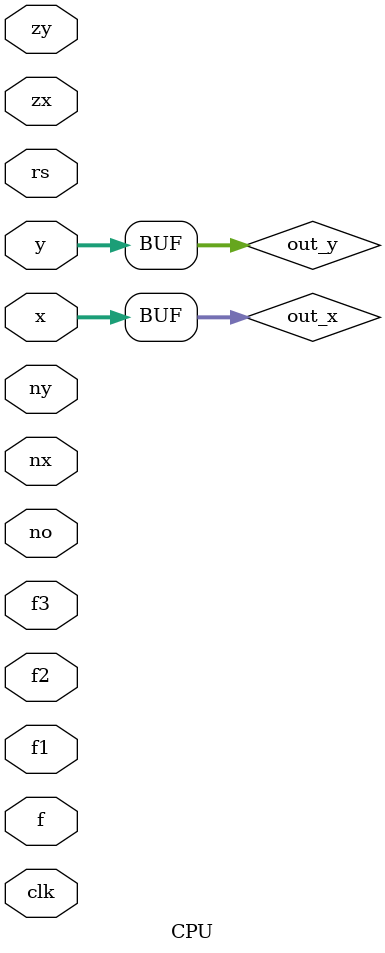
<source format=v>
`timescale 1ns / 1ps


module CPU(
    input clk,
    input rs,
    input [15:0] x,y,//data
    input f1,f2,f3,
    input zx,nx,zy,ny,f,no
    //output [15:0] result, //ALUÌoÍ
    //output [15:0] result1, //Mux§äãÌoÍ
    //output [15:0] result2 //WX^t@CÉ«ãÌoÍ
    );
    
    //wire [15:0] x , y;//ALUÖÌüÍf[^
    //wire zx,nx,zy,ny,f,no;//ALU§äM
    wire zr,ng;
    wire [15:0] out_alu; //ALUÌoÍÊ
    //wire f1,f2,f3;//flag
    wire [15:0] out_mux;//MuxÌoÍÊ 
    wire we;//«ÝÂ\M
    wire [2:0] inaddr,outaddr;
    wire [15:0] out_reg;//WX^t@CÌoÍ:
    wire [15:0] out_x,out_y;//
    
    //ALUÌ§ä
    (* dont_touch = "TRUE" *) ALUCA ALUCA1(.x(x),.y(y),.zx(zx),.nx(nx),.zy(zy),.ny(ny),.f(f),
                    .no(no),.out(out_alu),.zr(zr),.ng(ng));
    
    //assign result = out_alu;
    
    //MUX§ä
    (* dont_touch = "TRUE" *) myMux myMux1(.rs(rs),.f1(f1),.din(out_mux),.out(out_alu));
    
    //assign result1 = out_mux;
    
    //WX^t@C§ä
    (* dont_touch = "TRUE" *) regfile regfile1(.ck(clk),.we(we),.din(out_mux),.inaddr(inaddr),.dout(out_reg),.outaddr(outaddr));
    
    //assign result2 = out_reg;
    
    //DeMux
   (* dont_touch = "TRUE" *)  myDeMux myDeMux1(.rs(rs),.ck(clk),.f2(f2),.f3(f3),.x(out_x),.y(out_y),.dout(out_reg));
    assign x = out_x;
    assign y = out_y;
    
endmodule

</source>
